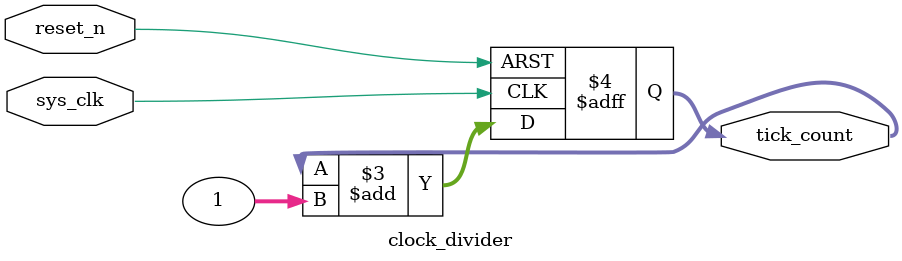
<source format=v>
`timescale 1ns / 1ps                                // Specifies the time unit (1ns) and time precision (1ps) for simulation.
module clock_divider (
    input wire sys_clk,                             // Input system clock signal
    input wire reset_n,                             // Active-low asynchronous reset signal
    output reg [31:0] tick_count                    // 32-bit register output to count clock ticks
);

always @(posedge sys_clk or negedge reset_n) begin  // Always block triggered on the rising edge of sys_clk or falling edge of reset_n
    if (!reset_n)                                   // If reset_n is low (reset active), set tick_count to 0 (asynchronous reset)
        tick_count <= 0;
    else
        tick_count <= tick_count + 1;               // Otherwise, increment tick_count on each rising edge of sys_clk
end

endmodule

</source>
